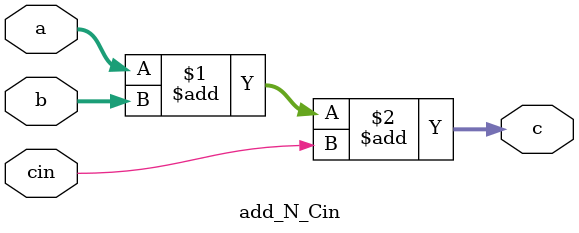
<source format=v>
module add_N_Cin (a,b,cin,c);
parameter N=10;
input [N:0] a,b;
input cin;
output [N:0] c;
assign c = a + b + cin;
endmodule
</source>
